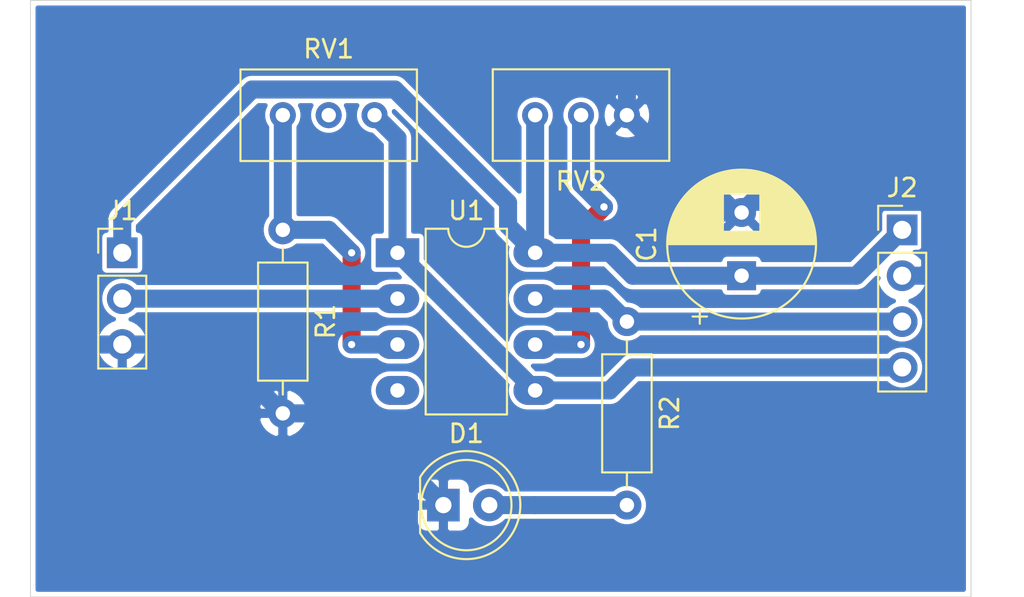
<source format=kicad_pcb>
(kicad_pcb (version 20171130) (host pcbnew "(5.1.10)-1")

  (general
    (thickness 1.6)
    (drawings 4)
    (tracks 63)
    (zones 0)
    (modules 9)
    (nets 10)
  )

  (page A4)
  (layers
    (0 F.Cu signal)
    (31 B.Cu signal)
    (32 B.Adhes user)
    (33 F.Adhes user)
    (34 B.Paste user)
    (35 F.Paste user)
    (36 B.SilkS user)
    (37 F.SilkS user)
    (38 B.Mask user)
    (39 F.Mask user)
    (40 Dwgs.User user)
    (41 Cmts.User user)
    (42 Eco1.User user)
    (43 Eco2.User user)
    (44 Edge.Cuts user)
    (45 Margin user)
    (46 B.CrtYd user)
    (47 F.CrtYd user)
    (48 B.Fab user)
    (49 F.Fab user)
  )

  (setup
    (last_trace_width 1)
    (trace_clearance 0.2)
    (zone_clearance 0.508)
    (zone_45_only no)
    (trace_min 0.2)
    (via_size 0.8)
    (via_drill 0.4)
    (via_min_size 0.4)
    (via_min_drill 0.3)
    (uvia_size 0.3)
    (uvia_drill 0.1)
    (uvias_allowed no)
    (uvia_min_size 0.2)
    (uvia_min_drill 0.1)
    (edge_width 0.05)
    (segment_width 0.2)
    (pcb_text_width 0.3)
    (pcb_text_size 1.5 1.5)
    (mod_edge_width 0.12)
    (mod_text_size 1 1)
    (mod_text_width 0.15)
    (pad_size 1.524 1.524)
    (pad_drill 0.762)
    (pad_to_mask_clearance 0)
    (aux_axis_origin 0 0)
    (visible_elements FFFFFF7F)
    (pcbplotparams
      (layerselection 0x010fc_ffffffff)
      (usegerberextensions false)
      (usegerberattributes true)
      (usegerberadvancedattributes true)
      (creategerberjobfile true)
      (excludeedgelayer true)
      (linewidth 0.100000)
      (plotframeref false)
      (viasonmask false)
      (mode 1)
      (useauxorigin false)
      (hpglpennumber 1)
      (hpglpenspeed 20)
      (hpglpendiameter 15.000000)
      (psnegative false)
      (psa4output false)
      (plotreference true)
      (plotvalue true)
      (plotinvisibletext false)
      (padsonsilk false)
      (subtractmaskfromsilk false)
      (outputformat 1)
      (mirror false)
      (drillshape 1)
      (scaleselection 1)
      (outputdirectory ""))
  )

  (net 0 "")
  (net 1 VCC)
  (net 2 GND)
  (net 3 "Net-(D1-Pad2)")
  (net 4 "Net-(J1-Pad2)")
  (net 5 "Vout(D)")
  (net 6 VG10)
  (net 7 "Net-(R1-Pad1)")
  (net 8 "Net-(RV2-Pad2)")
  (net 9 "Net-(U1-Pad4)")

  (net_class Default "This is the default net class."
    (clearance 0.2)
    (trace_width 1)
    (via_dia 0.8)
    (via_drill 0.4)
    (uvia_dia 0.3)
    (uvia_drill 0.1)
    (add_net GND)
    (add_net "Net-(D1-Pad2)")
    (add_net "Net-(J1-Pad2)")
    (add_net "Net-(R1-Pad1)")
    (add_net "Net-(RV2-Pad2)")
    (add_net "Net-(U1-Pad4)")
    (add_net VCC)
    (add_net VG10)
    (add_net "Vout(D)")
  )

  (module Capacitor_THT:CP_Radial_D8.0mm_P3.50mm (layer F.Cu) (tedit 5AE50EF0) (tstamp 60B30E26)
    (at 165.1 93.98 90)
    (descr "CP, Radial series, Radial, pin pitch=3.50mm, , diameter=8mm, Electrolytic Capacitor")
    (tags "CP Radial series Radial pin pitch 3.50mm  diameter 8mm Electrolytic Capacitor")
    (path /60B92537)
    (fp_text reference C1 (at 1.75 -5.25 90) (layer F.SilkS)
      (effects (font (size 1 1) (thickness 0.15)))
    )
    (fp_text value CP (at 1.75 5.25 90) (layer F.Fab)
      (effects (font (size 1 1) (thickness 0.15)))
    )
    (fp_line (start -2.259698 -2.715) (end -2.259698 -1.915) (layer F.SilkS) (width 0.12))
    (fp_line (start -2.659698 -2.315) (end -1.859698 -2.315) (layer F.SilkS) (width 0.12))
    (fp_line (start 5.831 -0.533) (end 5.831 0.533) (layer F.SilkS) (width 0.12))
    (fp_line (start 5.791 -0.768) (end 5.791 0.768) (layer F.SilkS) (width 0.12))
    (fp_line (start 5.751 -0.948) (end 5.751 0.948) (layer F.SilkS) (width 0.12))
    (fp_line (start 5.711 -1.098) (end 5.711 1.098) (layer F.SilkS) (width 0.12))
    (fp_line (start 5.671 -1.229) (end 5.671 1.229) (layer F.SilkS) (width 0.12))
    (fp_line (start 5.631 -1.346) (end 5.631 1.346) (layer F.SilkS) (width 0.12))
    (fp_line (start 5.591 -1.453) (end 5.591 1.453) (layer F.SilkS) (width 0.12))
    (fp_line (start 5.551 -1.552) (end 5.551 1.552) (layer F.SilkS) (width 0.12))
    (fp_line (start 5.511 -1.645) (end 5.511 1.645) (layer F.SilkS) (width 0.12))
    (fp_line (start 5.471 -1.731) (end 5.471 1.731) (layer F.SilkS) (width 0.12))
    (fp_line (start 5.431 -1.813) (end 5.431 1.813) (layer F.SilkS) (width 0.12))
    (fp_line (start 5.391 -1.89) (end 5.391 1.89) (layer F.SilkS) (width 0.12))
    (fp_line (start 5.351 -1.964) (end 5.351 1.964) (layer F.SilkS) (width 0.12))
    (fp_line (start 5.311 -2.034) (end 5.311 2.034) (layer F.SilkS) (width 0.12))
    (fp_line (start 5.271 -2.102) (end 5.271 2.102) (layer F.SilkS) (width 0.12))
    (fp_line (start 5.231 -2.166) (end 5.231 2.166) (layer F.SilkS) (width 0.12))
    (fp_line (start 5.191 -2.228) (end 5.191 2.228) (layer F.SilkS) (width 0.12))
    (fp_line (start 5.151 -2.287) (end 5.151 2.287) (layer F.SilkS) (width 0.12))
    (fp_line (start 5.111 -2.345) (end 5.111 2.345) (layer F.SilkS) (width 0.12))
    (fp_line (start 5.071 -2.4) (end 5.071 2.4) (layer F.SilkS) (width 0.12))
    (fp_line (start 5.031 -2.454) (end 5.031 2.454) (layer F.SilkS) (width 0.12))
    (fp_line (start 4.991 -2.505) (end 4.991 2.505) (layer F.SilkS) (width 0.12))
    (fp_line (start 4.951 -2.556) (end 4.951 2.556) (layer F.SilkS) (width 0.12))
    (fp_line (start 4.911 -2.604) (end 4.911 2.604) (layer F.SilkS) (width 0.12))
    (fp_line (start 4.871 -2.651) (end 4.871 2.651) (layer F.SilkS) (width 0.12))
    (fp_line (start 4.831 -2.697) (end 4.831 2.697) (layer F.SilkS) (width 0.12))
    (fp_line (start 4.791 -2.741) (end 4.791 2.741) (layer F.SilkS) (width 0.12))
    (fp_line (start 4.751 -2.784) (end 4.751 2.784) (layer F.SilkS) (width 0.12))
    (fp_line (start 4.711 -2.826) (end 4.711 2.826) (layer F.SilkS) (width 0.12))
    (fp_line (start 4.671 -2.867) (end 4.671 2.867) (layer F.SilkS) (width 0.12))
    (fp_line (start 4.631 -2.907) (end 4.631 2.907) (layer F.SilkS) (width 0.12))
    (fp_line (start 4.591 -2.945) (end 4.591 2.945) (layer F.SilkS) (width 0.12))
    (fp_line (start 4.551 -2.983) (end 4.551 2.983) (layer F.SilkS) (width 0.12))
    (fp_line (start 4.511 1.04) (end 4.511 3.019) (layer F.SilkS) (width 0.12))
    (fp_line (start 4.511 -3.019) (end 4.511 -1.04) (layer F.SilkS) (width 0.12))
    (fp_line (start 4.471 1.04) (end 4.471 3.055) (layer F.SilkS) (width 0.12))
    (fp_line (start 4.471 -3.055) (end 4.471 -1.04) (layer F.SilkS) (width 0.12))
    (fp_line (start 4.431 1.04) (end 4.431 3.09) (layer F.SilkS) (width 0.12))
    (fp_line (start 4.431 -3.09) (end 4.431 -1.04) (layer F.SilkS) (width 0.12))
    (fp_line (start 4.391 1.04) (end 4.391 3.124) (layer F.SilkS) (width 0.12))
    (fp_line (start 4.391 -3.124) (end 4.391 -1.04) (layer F.SilkS) (width 0.12))
    (fp_line (start 4.351 1.04) (end 4.351 3.156) (layer F.SilkS) (width 0.12))
    (fp_line (start 4.351 -3.156) (end 4.351 -1.04) (layer F.SilkS) (width 0.12))
    (fp_line (start 4.311 1.04) (end 4.311 3.189) (layer F.SilkS) (width 0.12))
    (fp_line (start 4.311 -3.189) (end 4.311 -1.04) (layer F.SilkS) (width 0.12))
    (fp_line (start 4.271 1.04) (end 4.271 3.22) (layer F.SilkS) (width 0.12))
    (fp_line (start 4.271 -3.22) (end 4.271 -1.04) (layer F.SilkS) (width 0.12))
    (fp_line (start 4.231 1.04) (end 4.231 3.25) (layer F.SilkS) (width 0.12))
    (fp_line (start 4.231 -3.25) (end 4.231 -1.04) (layer F.SilkS) (width 0.12))
    (fp_line (start 4.191 1.04) (end 4.191 3.28) (layer F.SilkS) (width 0.12))
    (fp_line (start 4.191 -3.28) (end 4.191 -1.04) (layer F.SilkS) (width 0.12))
    (fp_line (start 4.151 1.04) (end 4.151 3.309) (layer F.SilkS) (width 0.12))
    (fp_line (start 4.151 -3.309) (end 4.151 -1.04) (layer F.SilkS) (width 0.12))
    (fp_line (start 4.111 1.04) (end 4.111 3.338) (layer F.SilkS) (width 0.12))
    (fp_line (start 4.111 -3.338) (end 4.111 -1.04) (layer F.SilkS) (width 0.12))
    (fp_line (start 4.071 1.04) (end 4.071 3.365) (layer F.SilkS) (width 0.12))
    (fp_line (start 4.071 -3.365) (end 4.071 -1.04) (layer F.SilkS) (width 0.12))
    (fp_line (start 4.031 1.04) (end 4.031 3.392) (layer F.SilkS) (width 0.12))
    (fp_line (start 4.031 -3.392) (end 4.031 -1.04) (layer F.SilkS) (width 0.12))
    (fp_line (start 3.991 1.04) (end 3.991 3.418) (layer F.SilkS) (width 0.12))
    (fp_line (start 3.991 -3.418) (end 3.991 -1.04) (layer F.SilkS) (width 0.12))
    (fp_line (start 3.951 1.04) (end 3.951 3.444) (layer F.SilkS) (width 0.12))
    (fp_line (start 3.951 -3.444) (end 3.951 -1.04) (layer F.SilkS) (width 0.12))
    (fp_line (start 3.911 1.04) (end 3.911 3.469) (layer F.SilkS) (width 0.12))
    (fp_line (start 3.911 -3.469) (end 3.911 -1.04) (layer F.SilkS) (width 0.12))
    (fp_line (start 3.871 1.04) (end 3.871 3.493) (layer F.SilkS) (width 0.12))
    (fp_line (start 3.871 -3.493) (end 3.871 -1.04) (layer F.SilkS) (width 0.12))
    (fp_line (start 3.831 1.04) (end 3.831 3.517) (layer F.SilkS) (width 0.12))
    (fp_line (start 3.831 -3.517) (end 3.831 -1.04) (layer F.SilkS) (width 0.12))
    (fp_line (start 3.791 1.04) (end 3.791 3.54) (layer F.SilkS) (width 0.12))
    (fp_line (start 3.791 -3.54) (end 3.791 -1.04) (layer F.SilkS) (width 0.12))
    (fp_line (start 3.751 1.04) (end 3.751 3.562) (layer F.SilkS) (width 0.12))
    (fp_line (start 3.751 -3.562) (end 3.751 -1.04) (layer F.SilkS) (width 0.12))
    (fp_line (start 3.711 1.04) (end 3.711 3.584) (layer F.SilkS) (width 0.12))
    (fp_line (start 3.711 -3.584) (end 3.711 -1.04) (layer F.SilkS) (width 0.12))
    (fp_line (start 3.671 1.04) (end 3.671 3.606) (layer F.SilkS) (width 0.12))
    (fp_line (start 3.671 -3.606) (end 3.671 -1.04) (layer F.SilkS) (width 0.12))
    (fp_line (start 3.631 1.04) (end 3.631 3.627) (layer F.SilkS) (width 0.12))
    (fp_line (start 3.631 -3.627) (end 3.631 -1.04) (layer F.SilkS) (width 0.12))
    (fp_line (start 3.591 1.04) (end 3.591 3.647) (layer F.SilkS) (width 0.12))
    (fp_line (start 3.591 -3.647) (end 3.591 -1.04) (layer F.SilkS) (width 0.12))
    (fp_line (start 3.551 1.04) (end 3.551 3.666) (layer F.SilkS) (width 0.12))
    (fp_line (start 3.551 -3.666) (end 3.551 -1.04) (layer F.SilkS) (width 0.12))
    (fp_line (start 3.511 1.04) (end 3.511 3.686) (layer F.SilkS) (width 0.12))
    (fp_line (start 3.511 -3.686) (end 3.511 -1.04) (layer F.SilkS) (width 0.12))
    (fp_line (start 3.471 1.04) (end 3.471 3.704) (layer F.SilkS) (width 0.12))
    (fp_line (start 3.471 -3.704) (end 3.471 -1.04) (layer F.SilkS) (width 0.12))
    (fp_line (start 3.431 1.04) (end 3.431 3.722) (layer F.SilkS) (width 0.12))
    (fp_line (start 3.431 -3.722) (end 3.431 -1.04) (layer F.SilkS) (width 0.12))
    (fp_line (start 3.391 1.04) (end 3.391 3.74) (layer F.SilkS) (width 0.12))
    (fp_line (start 3.391 -3.74) (end 3.391 -1.04) (layer F.SilkS) (width 0.12))
    (fp_line (start 3.351 1.04) (end 3.351 3.757) (layer F.SilkS) (width 0.12))
    (fp_line (start 3.351 -3.757) (end 3.351 -1.04) (layer F.SilkS) (width 0.12))
    (fp_line (start 3.311 1.04) (end 3.311 3.774) (layer F.SilkS) (width 0.12))
    (fp_line (start 3.311 -3.774) (end 3.311 -1.04) (layer F.SilkS) (width 0.12))
    (fp_line (start 3.271 1.04) (end 3.271 3.79) (layer F.SilkS) (width 0.12))
    (fp_line (start 3.271 -3.79) (end 3.271 -1.04) (layer F.SilkS) (width 0.12))
    (fp_line (start 3.231 1.04) (end 3.231 3.805) (layer F.SilkS) (width 0.12))
    (fp_line (start 3.231 -3.805) (end 3.231 -1.04) (layer F.SilkS) (width 0.12))
    (fp_line (start 3.191 1.04) (end 3.191 3.821) (layer F.SilkS) (width 0.12))
    (fp_line (start 3.191 -3.821) (end 3.191 -1.04) (layer F.SilkS) (width 0.12))
    (fp_line (start 3.151 1.04) (end 3.151 3.835) (layer F.SilkS) (width 0.12))
    (fp_line (start 3.151 -3.835) (end 3.151 -1.04) (layer F.SilkS) (width 0.12))
    (fp_line (start 3.111 1.04) (end 3.111 3.85) (layer F.SilkS) (width 0.12))
    (fp_line (start 3.111 -3.85) (end 3.111 -1.04) (layer F.SilkS) (width 0.12))
    (fp_line (start 3.071 1.04) (end 3.071 3.863) (layer F.SilkS) (width 0.12))
    (fp_line (start 3.071 -3.863) (end 3.071 -1.04) (layer F.SilkS) (width 0.12))
    (fp_line (start 3.031 1.04) (end 3.031 3.877) (layer F.SilkS) (width 0.12))
    (fp_line (start 3.031 -3.877) (end 3.031 -1.04) (layer F.SilkS) (width 0.12))
    (fp_line (start 2.991 1.04) (end 2.991 3.889) (layer F.SilkS) (width 0.12))
    (fp_line (start 2.991 -3.889) (end 2.991 -1.04) (layer F.SilkS) (width 0.12))
    (fp_line (start 2.951 1.04) (end 2.951 3.902) (layer F.SilkS) (width 0.12))
    (fp_line (start 2.951 -3.902) (end 2.951 -1.04) (layer F.SilkS) (width 0.12))
    (fp_line (start 2.911 1.04) (end 2.911 3.914) (layer F.SilkS) (width 0.12))
    (fp_line (start 2.911 -3.914) (end 2.911 -1.04) (layer F.SilkS) (width 0.12))
    (fp_line (start 2.871 1.04) (end 2.871 3.925) (layer F.SilkS) (width 0.12))
    (fp_line (start 2.871 -3.925) (end 2.871 -1.04) (layer F.SilkS) (width 0.12))
    (fp_line (start 2.831 1.04) (end 2.831 3.936) (layer F.SilkS) (width 0.12))
    (fp_line (start 2.831 -3.936) (end 2.831 -1.04) (layer F.SilkS) (width 0.12))
    (fp_line (start 2.791 1.04) (end 2.791 3.947) (layer F.SilkS) (width 0.12))
    (fp_line (start 2.791 -3.947) (end 2.791 -1.04) (layer F.SilkS) (width 0.12))
    (fp_line (start 2.751 1.04) (end 2.751 3.957) (layer F.SilkS) (width 0.12))
    (fp_line (start 2.751 -3.957) (end 2.751 -1.04) (layer F.SilkS) (width 0.12))
    (fp_line (start 2.711 1.04) (end 2.711 3.967) (layer F.SilkS) (width 0.12))
    (fp_line (start 2.711 -3.967) (end 2.711 -1.04) (layer F.SilkS) (width 0.12))
    (fp_line (start 2.671 1.04) (end 2.671 3.976) (layer F.SilkS) (width 0.12))
    (fp_line (start 2.671 -3.976) (end 2.671 -1.04) (layer F.SilkS) (width 0.12))
    (fp_line (start 2.631 1.04) (end 2.631 3.985) (layer F.SilkS) (width 0.12))
    (fp_line (start 2.631 -3.985) (end 2.631 -1.04) (layer F.SilkS) (width 0.12))
    (fp_line (start 2.591 1.04) (end 2.591 3.994) (layer F.SilkS) (width 0.12))
    (fp_line (start 2.591 -3.994) (end 2.591 -1.04) (layer F.SilkS) (width 0.12))
    (fp_line (start 2.551 1.04) (end 2.551 4.002) (layer F.SilkS) (width 0.12))
    (fp_line (start 2.551 -4.002) (end 2.551 -1.04) (layer F.SilkS) (width 0.12))
    (fp_line (start 2.511 1.04) (end 2.511 4.01) (layer F.SilkS) (width 0.12))
    (fp_line (start 2.511 -4.01) (end 2.511 -1.04) (layer F.SilkS) (width 0.12))
    (fp_line (start 2.471 1.04) (end 2.471 4.017) (layer F.SilkS) (width 0.12))
    (fp_line (start 2.471 -4.017) (end 2.471 -1.04) (layer F.SilkS) (width 0.12))
    (fp_line (start 2.43 -4.024) (end 2.43 4.024) (layer F.SilkS) (width 0.12))
    (fp_line (start 2.39 -4.03) (end 2.39 4.03) (layer F.SilkS) (width 0.12))
    (fp_line (start 2.35 -4.037) (end 2.35 4.037) (layer F.SilkS) (width 0.12))
    (fp_line (start 2.31 -4.042) (end 2.31 4.042) (layer F.SilkS) (width 0.12))
    (fp_line (start 2.27 -4.048) (end 2.27 4.048) (layer F.SilkS) (width 0.12))
    (fp_line (start 2.23 -4.052) (end 2.23 4.052) (layer F.SilkS) (width 0.12))
    (fp_line (start 2.19 -4.057) (end 2.19 4.057) (layer F.SilkS) (width 0.12))
    (fp_line (start 2.15 -4.061) (end 2.15 4.061) (layer F.SilkS) (width 0.12))
    (fp_line (start 2.11 -4.065) (end 2.11 4.065) (layer F.SilkS) (width 0.12))
    (fp_line (start 2.07 -4.068) (end 2.07 4.068) (layer F.SilkS) (width 0.12))
    (fp_line (start 2.03 -4.071) (end 2.03 4.071) (layer F.SilkS) (width 0.12))
    (fp_line (start 1.99 -4.074) (end 1.99 4.074) (layer F.SilkS) (width 0.12))
    (fp_line (start 1.95 -4.076) (end 1.95 4.076) (layer F.SilkS) (width 0.12))
    (fp_line (start 1.91 -4.077) (end 1.91 4.077) (layer F.SilkS) (width 0.12))
    (fp_line (start 1.87 -4.079) (end 1.87 4.079) (layer F.SilkS) (width 0.12))
    (fp_line (start 1.83 -4.08) (end 1.83 4.08) (layer F.SilkS) (width 0.12))
    (fp_line (start 1.79 -4.08) (end 1.79 4.08) (layer F.SilkS) (width 0.12))
    (fp_line (start 1.75 -4.08) (end 1.75 4.08) (layer F.SilkS) (width 0.12))
    (fp_line (start -1.276759 -2.1475) (end -1.276759 -1.3475) (layer F.Fab) (width 0.1))
    (fp_line (start -1.676759 -1.7475) (end -0.876759 -1.7475) (layer F.Fab) (width 0.1))
    (fp_circle (center 1.75 0) (end 6 0) (layer F.CrtYd) (width 0.05))
    (fp_circle (center 1.75 0) (end 5.87 0) (layer F.SilkS) (width 0.12))
    (fp_circle (center 1.75 0) (end 5.75 0) (layer F.Fab) (width 0.1))
    (fp_text user %R (at 1.75 0 90) (layer F.Fab)
      (effects (font (size 1 1) (thickness 0.15)))
    )
    (pad 1 thru_hole rect (at 0 0 90) (size 1.6 1.6) (drill 0.8) (layers *.Cu *.Mask)
      (net 1 VCC))
    (pad 2 thru_hole circle (at 3.5 0 90) (size 1.6 1.6) (drill 0.8) (layers *.Cu *.Mask)
      (net 2 GND))
    (model ${KISYS3DMOD}/Capacitor_THT.3dshapes/CP_Radial_D8.0mm_P3.50mm.wrl
      (at (xyz 0 0 0))
      (scale (xyz 1 1 1))
      (rotate (xyz 0 0 0))
    )
  )

  (module LED_THT:LED_D5.0mm (layer F.Cu) (tedit 5995936A) (tstamp 60B30E38)
    (at 148.59 106.68)
    (descr "LED, diameter 5.0mm, 2 pins, http://cdn-reichelt.de/documents/datenblatt/A500/LL-504BC2E-009.pdf")
    (tags "LED diameter 5.0mm 2 pins")
    (path /60B7A856)
    (fp_text reference D1 (at 1.27 -3.96) (layer F.SilkS)
      (effects (font (size 1 1) (thickness 0.15)))
    )
    (fp_text value LED (at 1.27 3.96) (layer F.Fab)
      (effects (font (size 1 1) (thickness 0.15)))
    )
    (fp_line (start 4.5 -3.25) (end -1.95 -3.25) (layer F.CrtYd) (width 0.05))
    (fp_line (start 4.5 3.25) (end 4.5 -3.25) (layer F.CrtYd) (width 0.05))
    (fp_line (start -1.95 3.25) (end 4.5 3.25) (layer F.CrtYd) (width 0.05))
    (fp_line (start -1.95 -3.25) (end -1.95 3.25) (layer F.CrtYd) (width 0.05))
    (fp_line (start -1.29 -1.545) (end -1.29 1.545) (layer F.SilkS) (width 0.12))
    (fp_line (start -1.23 -1.469694) (end -1.23 1.469694) (layer F.Fab) (width 0.1))
    (fp_circle (center 1.27 0) (end 3.77 0) (layer F.SilkS) (width 0.12))
    (fp_circle (center 1.27 0) (end 3.77 0) (layer F.Fab) (width 0.1))
    (fp_arc (start 1.27 0) (end -1.23 -1.469694) (angle 299.1) (layer F.Fab) (width 0.1))
    (fp_arc (start 1.27 0) (end -1.29 -1.54483) (angle 148.9) (layer F.SilkS) (width 0.12))
    (fp_arc (start 1.27 0) (end -1.29 1.54483) (angle -148.9) (layer F.SilkS) (width 0.12))
    (fp_text user %R (at 1.25 0) (layer F.Fab)
      (effects (font (size 0.8 0.8) (thickness 0.2)))
    )
    (pad 1 thru_hole rect (at 0 0) (size 1.8 1.8) (drill 0.9) (layers *.Cu *.Mask)
      (net 2 GND))
    (pad 2 thru_hole circle (at 2.54 0) (size 1.8 1.8) (drill 0.9) (layers *.Cu *.Mask)
      (net 3 "Net-(D1-Pad2)"))
    (model ${KISYS3DMOD}/LED_THT.3dshapes/LED_D5.0mm.wrl
      (at (xyz 0 0 0))
      (scale (xyz 1 1 1))
      (rotate (xyz 0 0 0))
    )
  )

  (module Connector_PinHeader_2.54mm:PinHeader_1x03_P2.54mm_Vertical (layer F.Cu) (tedit 59FED5CC) (tstamp 60B30E4F)
    (at 130.81 92.71)
    (descr "Through hole straight pin header, 1x03, 2.54mm pitch, single row")
    (tags "Through hole pin header THT 1x03 2.54mm single row")
    (path /60B5D675)
    (fp_text reference J1 (at 0 -2.33) (layer F.SilkS)
      (effects (font (size 1 1) (thickness 0.15)))
    )
    (fp_text value Conn_01x03_Male (at 0 7.41) (layer F.Fab)
      (effects (font (size 1 1) (thickness 0.15)))
    )
    (fp_line (start 1.8 -1.8) (end -1.8 -1.8) (layer F.CrtYd) (width 0.05))
    (fp_line (start 1.8 6.85) (end 1.8 -1.8) (layer F.CrtYd) (width 0.05))
    (fp_line (start -1.8 6.85) (end 1.8 6.85) (layer F.CrtYd) (width 0.05))
    (fp_line (start -1.8 -1.8) (end -1.8 6.85) (layer F.CrtYd) (width 0.05))
    (fp_line (start -1.33 -1.33) (end 0 -1.33) (layer F.SilkS) (width 0.12))
    (fp_line (start -1.33 0) (end -1.33 -1.33) (layer F.SilkS) (width 0.12))
    (fp_line (start -1.33 1.27) (end 1.33 1.27) (layer F.SilkS) (width 0.12))
    (fp_line (start 1.33 1.27) (end 1.33 6.41) (layer F.SilkS) (width 0.12))
    (fp_line (start -1.33 1.27) (end -1.33 6.41) (layer F.SilkS) (width 0.12))
    (fp_line (start -1.33 6.41) (end 1.33 6.41) (layer F.SilkS) (width 0.12))
    (fp_line (start -1.27 -0.635) (end -0.635 -1.27) (layer F.Fab) (width 0.1))
    (fp_line (start -1.27 6.35) (end -1.27 -0.635) (layer F.Fab) (width 0.1))
    (fp_line (start 1.27 6.35) (end -1.27 6.35) (layer F.Fab) (width 0.1))
    (fp_line (start 1.27 -1.27) (end 1.27 6.35) (layer F.Fab) (width 0.1))
    (fp_line (start -0.635 -1.27) (end 1.27 -1.27) (layer F.Fab) (width 0.1))
    (fp_text user %R (at 0 2.54 90) (layer F.Fab)
      (effects (font (size 1 1) (thickness 0.15)))
    )
    (pad 1 thru_hole rect (at 0 0) (size 1.7 1.7) (drill 1) (layers *.Cu *.Mask)
      (net 1 VCC))
    (pad 2 thru_hole oval (at 0 2.54) (size 1.7 1.7) (drill 1) (layers *.Cu *.Mask)
      (net 4 "Net-(J1-Pad2)"))
    (pad 3 thru_hole oval (at 0 5.08) (size 1.7 1.7) (drill 1) (layers *.Cu *.Mask)
      (net 2 GND))
    (model ${KISYS3DMOD}/Connector_PinHeader_2.54mm.3dshapes/PinHeader_1x03_P2.54mm_Vertical.wrl
      (at (xyz 0 0 0))
      (scale (xyz 1 1 1))
      (rotate (xyz 0 0 0))
    )
  )

  (module Connector_PinHeader_2.54mm:PinHeader_1x04_P2.54mm_Vertical (layer F.Cu) (tedit 59FED5CC) (tstamp 60B30E67)
    (at 173.99 91.44)
    (descr "Through hole straight pin header, 1x04, 2.54mm pitch, single row")
    (tags "Through hole pin header THT 1x04 2.54mm single row")
    (path /60B7D0BA)
    (fp_text reference J2 (at 0 -2.33) (layer F.SilkS)
      (effects (font (size 1 1) (thickness 0.15)))
    )
    (fp_text value Conn_01x04_Male (at 0 9.95) (layer F.Fab)
      (effects (font (size 1 1) (thickness 0.15)))
    )
    (fp_line (start 1.8 -1.8) (end -1.8 -1.8) (layer F.CrtYd) (width 0.05))
    (fp_line (start 1.8 9.4) (end 1.8 -1.8) (layer F.CrtYd) (width 0.05))
    (fp_line (start -1.8 9.4) (end 1.8 9.4) (layer F.CrtYd) (width 0.05))
    (fp_line (start -1.8 -1.8) (end -1.8 9.4) (layer F.CrtYd) (width 0.05))
    (fp_line (start -1.33 -1.33) (end 0 -1.33) (layer F.SilkS) (width 0.12))
    (fp_line (start -1.33 0) (end -1.33 -1.33) (layer F.SilkS) (width 0.12))
    (fp_line (start -1.33 1.27) (end 1.33 1.27) (layer F.SilkS) (width 0.12))
    (fp_line (start 1.33 1.27) (end 1.33 8.95) (layer F.SilkS) (width 0.12))
    (fp_line (start -1.33 1.27) (end -1.33 8.95) (layer F.SilkS) (width 0.12))
    (fp_line (start -1.33 8.95) (end 1.33 8.95) (layer F.SilkS) (width 0.12))
    (fp_line (start -1.27 -0.635) (end -0.635 -1.27) (layer F.Fab) (width 0.1))
    (fp_line (start -1.27 8.89) (end -1.27 -0.635) (layer F.Fab) (width 0.1))
    (fp_line (start 1.27 8.89) (end -1.27 8.89) (layer F.Fab) (width 0.1))
    (fp_line (start 1.27 -1.27) (end 1.27 8.89) (layer F.Fab) (width 0.1))
    (fp_line (start -0.635 -1.27) (end 1.27 -1.27) (layer F.Fab) (width 0.1))
    (fp_text user %R (at 0 3.81 90) (layer F.Fab)
      (effects (font (size 1 1) (thickness 0.15)))
    )
    (pad 1 thru_hole rect (at 0 0) (size 1.7 1.7) (drill 1) (layers *.Cu *.Mask)
      (net 1 VCC))
    (pad 2 thru_hole oval (at 0 2.54) (size 1.7 1.7) (drill 1) (layers *.Cu *.Mask)
      (net 2 GND))
    (pad 3 thru_hole oval (at 0 5.08) (size 1.7 1.7) (drill 1) (layers *.Cu *.Mask)
      (net 5 "Vout(D)"))
    (pad 4 thru_hole oval (at 0 7.62) (size 1.7 1.7) (drill 1) (layers *.Cu *.Mask)
      (net 6 VG10))
    (model ${KISYS3DMOD}/Connector_PinHeader_2.54mm.3dshapes/PinHeader_1x04_P2.54mm_Vertical.wrl
      (at (xyz 0 0 0))
      (scale (xyz 1 1 1))
      (rotate (xyz 0 0 0))
    )
  )

  (module Resistor_THT:R_Axial_DIN0207_L6.3mm_D2.5mm_P10.16mm_Horizontal (layer F.Cu) (tedit 5AE5139B) (tstamp 60B30E7E)
    (at 139.7 91.44 270)
    (descr "Resistor, Axial_DIN0207 series, Axial, Horizontal, pin pitch=10.16mm, 0.25W = 1/4W, length*diameter=6.3*2.5mm^2, http://cdn-reichelt.de/documents/datenblatt/B400/1_4W%23YAG.pdf")
    (tags "Resistor Axial_DIN0207 series Axial Horizontal pin pitch 10.16mm 0.25W = 1/4W length 6.3mm diameter 2.5mm")
    (path /60B52F31)
    (fp_text reference R1 (at 5.08 -2.37 90) (layer F.SilkS)
      (effects (font (size 1 1) (thickness 0.15)))
    )
    (fp_text value R (at 5.08 2.37 90) (layer F.Fab)
      (effects (font (size 1 1) (thickness 0.15)))
    )
    (fp_line (start 11.21 -1.5) (end -1.05 -1.5) (layer F.CrtYd) (width 0.05))
    (fp_line (start 11.21 1.5) (end 11.21 -1.5) (layer F.CrtYd) (width 0.05))
    (fp_line (start -1.05 1.5) (end 11.21 1.5) (layer F.CrtYd) (width 0.05))
    (fp_line (start -1.05 -1.5) (end -1.05 1.5) (layer F.CrtYd) (width 0.05))
    (fp_line (start 9.12 0) (end 8.35 0) (layer F.SilkS) (width 0.12))
    (fp_line (start 1.04 0) (end 1.81 0) (layer F.SilkS) (width 0.12))
    (fp_line (start 8.35 -1.37) (end 1.81 -1.37) (layer F.SilkS) (width 0.12))
    (fp_line (start 8.35 1.37) (end 8.35 -1.37) (layer F.SilkS) (width 0.12))
    (fp_line (start 1.81 1.37) (end 8.35 1.37) (layer F.SilkS) (width 0.12))
    (fp_line (start 1.81 -1.37) (end 1.81 1.37) (layer F.SilkS) (width 0.12))
    (fp_line (start 10.16 0) (end 8.23 0) (layer F.Fab) (width 0.1))
    (fp_line (start 0 0) (end 1.93 0) (layer F.Fab) (width 0.1))
    (fp_line (start 8.23 -1.25) (end 1.93 -1.25) (layer F.Fab) (width 0.1))
    (fp_line (start 8.23 1.25) (end 8.23 -1.25) (layer F.Fab) (width 0.1))
    (fp_line (start 1.93 1.25) (end 8.23 1.25) (layer F.Fab) (width 0.1))
    (fp_line (start 1.93 -1.25) (end 1.93 1.25) (layer F.Fab) (width 0.1))
    (fp_text user %R (at 5.08 0 90) (layer F.Fab)
      (effects (font (size 1 1) (thickness 0.15)))
    )
    (pad 1 thru_hole circle (at 0 0 270) (size 1.6 1.6) (drill 0.8) (layers *.Cu *.Mask)
      (net 7 "Net-(R1-Pad1)"))
    (pad 2 thru_hole oval (at 10.16 0 270) (size 1.6 1.6) (drill 0.8) (layers *.Cu *.Mask)
      (net 2 GND))
    (model ${KISYS3DMOD}/Resistor_THT.3dshapes/R_Axial_DIN0207_L6.3mm_D2.5mm_P10.16mm_Horizontal.wrl
      (at (xyz 0 0 0))
      (scale (xyz 1 1 1))
      (rotate (xyz 0 0 0))
    )
  )

  (module Resistor_THT:R_Axial_DIN0207_L6.3mm_D2.5mm_P10.16mm_Horizontal (layer F.Cu) (tedit 5AE5139B) (tstamp 60B30E95)
    (at 158.75 96.52 270)
    (descr "Resistor, Axial_DIN0207 series, Axial, Horizontal, pin pitch=10.16mm, 0.25W = 1/4W, length*diameter=6.3*2.5mm^2, http://cdn-reichelt.de/documents/datenblatt/B400/1_4W%23YAG.pdf")
    (tags "Resistor Axial_DIN0207 series Axial Horizontal pin pitch 10.16mm 0.25W = 1/4W length 6.3mm diameter 2.5mm")
    (path /60B799FD)
    (fp_text reference R2 (at 5.08 -2.37 90) (layer F.SilkS)
      (effects (font (size 1 1) (thickness 0.15)))
    )
    (fp_text value R (at 5.08 2.37 90) (layer F.Fab)
      (effects (font (size 1 1) (thickness 0.15)))
    )
    (fp_text user %R (at 5.08 0 90) (layer F.Fab)
      (effects (font (size 1 1) (thickness 0.15)))
    )
    (fp_line (start 1.93 -1.25) (end 1.93 1.25) (layer F.Fab) (width 0.1))
    (fp_line (start 1.93 1.25) (end 8.23 1.25) (layer F.Fab) (width 0.1))
    (fp_line (start 8.23 1.25) (end 8.23 -1.25) (layer F.Fab) (width 0.1))
    (fp_line (start 8.23 -1.25) (end 1.93 -1.25) (layer F.Fab) (width 0.1))
    (fp_line (start 0 0) (end 1.93 0) (layer F.Fab) (width 0.1))
    (fp_line (start 10.16 0) (end 8.23 0) (layer F.Fab) (width 0.1))
    (fp_line (start 1.81 -1.37) (end 1.81 1.37) (layer F.SilkS) (width 0.12))
    (fp_line (start 1.81 1.37) (end 8.35 1.37) (layer F.SilkS) (width 0.12))
    (fp_line (start 8.35 1.37) (end 8.35 -1.37) (layer F.SilkS) (width 0.12))
    (fp_line (start 8.35 -1.37) (end 1.81 -1.37) (layer F.SilkS) (width 0.12))
    (fp_line (start 1.04 0) (end 1.81 0) (layer F.SilkS) (width 0.12))
    (fp_line (start 9.12 0) (end 8.35 0) (layer F.SilkS) (width 0.12))
    (fp_line (start -1.05 -1.5) (end -1.05 1.5) (layer F.CrtYd) (width 0.05))
    (fp_line (start -1.05 1.5) (end 11.21 1.5) (layer F.CrtYd) (width 0.05))
    (fp_line (start 11.21 1.5) (end 11.21 -1.5) (layer F.CrtYd) (width 0.05))
    (fp_line (start 11.21 -1.5) (end -1.05 -1.5) (layer F.CrtYd) (width 0.05))
    (pad 2 thru_hole oval (at 10.16 0 270) (size 1.6 1.6) (drill 0.8) (layers *.Cu *.Mask)
      (net 3 "Net-(D1-Pad2)"))
    (pad 1 thru_hole circle (at 0 0 270) (size 1.6 1.6) (drill 0.8) (layers *.Cu *.Mask)
      (net 5 "Vout(D)"))
    (model ${KISYS3DMOD}/Resistor_THT.3dshapes/R_Axial_DIN0207_L6.3mm_D2.5mm_P10.16mm_Horizontal.wrl
      (at (xyz 0 0 0))
      (scale (xyz 1 1 1))
      (rotate (xyz 0 0 0))
    )
  )

  (module Potentiometer_THT:Potentiometer_Bourns_3296W_Vertical (layer F.Cu) (tedit 5A3D4994) (tstamp 60B30EAC)
    (at 144.78 85.09)
    (descr "Potentiometer, vertical, Bourns 3296W, https://www.bourns.com/pdfs/3296.pdf")
    (tags "Potentiometer vertical Bourns 3296W")
    (path /60B5BEA5)
    (fp_text reference RV1 (at -2.54 -3.66) (layer F.SilkS)
      (effects (font (size 1 1) (thickness 0.15)))
    )
    (fp_text value R_POT (at -2.54 3.67) (layer F.Fab)
      (effects (font (size 1 1) (thickness 0.15)))
    )
    (fp_line (start 2.5 -2.7) (end -7.6 -2.7) (layer F.CrtYd) (width 0.05))
    (fp_line (start 2.5 2.7) (end 2.5 -2.7) (layer F.CrtYd) (width 0.05))
    (fp_line (start -7.6 2.7) (end 2.5 2.7) (layer F.CrtYd) (width 0.05))
    (fp_line (start -7.6 -2.7) (end -7.6 2.7) (layer F.CrtYd) (width 0.05))
    (fp_line (start 2.345 -2.53) (end 2.345 2.54) (layer F.SilkS) (width 0.12))
    (fp_line (start -7.425 -2.53) (end -7.425 2.54) (layer F.SilkS) (width 0.12))
    (fp_line (start -7.425 2.54) (end 2.345 2.54) (layer F.SilkS) (width 0.12))
    (fp_line (start -7.425 -2.53) (end 2.345 -2.53) (layer F.SilkS) (width 0.12))
    (fp_line (start 0.955 2.235) (end 0.956 0.066) (layer F.Fab) (width 0.1))
    (fp_line (start 0.955 2.235) (end 0.956 0.066) (layer F.Fab) (width 0.1))
    (fp_line (start 2.225 -2.41) (end -7.305 -2.41) (layer F.Fab) (width 0.1))
    (fp_line (start 2.225 2.42) (end 2.225 -2.41) (layer F.Fab) (width 0.1))
    (fp_line (start -7.305 2.42) (end 2.225 2.42) (layer F.Fab) (width 0.1))
    (fp_line (start -7.305 -2.41) (end -7.305 2.42) (layer F.Fab) (width 0.1))
    (fp_circle (center 0.955 1.15) (end 2.05 1.15) (layer F.Fab) (width 0.1))
    (fp_text user %R (at -3.175 0.005) (layer F.Fab)
      (effects (font (size 1 1) (thickness 0.15)))
    )
    (pad 1 thru_hole circle (at 0 0) (size 1.44 1.44) (drill 0.8) (layers *.Cu *.Mask)
      (net 6 VG10))
    (pad 2 thru_hole circle (at -2.54 0) (size 1.44 1.44) (drill 0.8) (layers *.Cu *.Mask)
      (net 7 "Net-(R1-Pad1)"))
    (pad 3 thru_hole circle (at -5.08 0) (size 1.44 1.44) (drill 0.8) (layers *.Cu *.Mask)
      (net 7 "Net-(R1-Pad1)"))
    (model ${KISYS3DMOD}/Potentiometer_THT.3dshapes/Potentiometer_Bourns_3296W_Vertical.wrl
      (at (xyz 0 0 0))
      (scale (xyz 1 1 1))
      (rotate (xyz 0 0 0))
    )
  )

  (module Potentiometer_THT:Potentiometer_Bourns_3296W_Vertical (layer F.Cu) (tedit 5A3D4994) (tstamp 60B30EC3)
    (at 153.67 85.09 180)
    (descr "Potentiometer, vertical, Bourns 3296W, https://www.bourns.com/pdfs/3296.pdf")
    (tags "Potentiometer vertical Bourns 3296W")
    (path /60B71F92)
    (fp_text reference RV2 (at -2.54 -3.66) (layer F.SilkS)
      (effects (font (size 1 1) (thickness 0.15)))
    )
    (fp_text value R_POT (at -2.54 3.67) (layer F.Fab)
      (effects (font (size 1 1) (thickness 0.15)))
    )
    (fp_text user %R (at -3.175 0.005) (layer F.Fab)
      (effects (font (size 1 1) (thickness 0.15)))
    )
    (fp_circle (center 0.955 1.15) (end 2.05 1.15) (layer F.Fab) (width 0.1))
    (fp_line (start -7.305 -2.41) (end -7.305 2.42) (layer F.Fab) (width 0.1))
    (fp_line (start -7.305 2.42) (end 2.225 2.42) (layer F.Fab) (width 0.1))
    (fp_line (start 2.225 2.42) (end 2.225 -2.41) (layer F.Fab) (width 0.1))
    (fp_line (start 2.225 -2.41) (end -7.305 -2.41) (layer F.Fab) (width 0.1))
    (fp_line (start 0.955 2.235) (end 0.956 0.066) (layer F.Fab) (width 0.1))
    (fp_line (start 0.955 2.235) (end 0.956 0.066) (layer F.Fab) (width 0.1))
    (fp_line (start -7.425 -2.53) (end 2.345 -2.53) (layer F.SilkS) (width 0.12))
    (fp_line (start -7.425 2.54) (end 2.345 2.54) (layer F.SilkS) (width 0.12))
    (fp_line (start -7.425 -2.53) (end -7.425 2.54) (layer F.SilkS) (width 0.12))
    (fp_line (start 2.345 -2.53) (end 2.345 2.54) (layer F.SilkS) (width 0.12))
    (fp_line (start -7.6 -2.7) (end -7.6 2.7) (layer F.CrtYd) (width 0.05))
    (fp_line (start -7.6 2.7) (end 2.5 2.7) (layer F.CrtYd) (width 0.05))
    (fp_line (start 2.5 2.7) (end 2.5 -2.7) (layer F.CrtYd) (width 0.05))
    (fp_line (start 2.5 -2.7) (end -7.6 -2.7) (layer F.CrtYd) (width 0.05))
    (pad 3 thru_hole circle (at -5.08 0 180) (size 1.44 1.44) (drill 0.8) (layers *.Cu *.Mask)
      (net 2 GND))
    (pad 2 thru_hole circle (at -2.54 0 180) (size 1.44 1.44) (drill 0.8) (layers *.Cu *.Mask)
      (net 8 "Net-(RV2-Pad2)"))
    (pad 1 thru_hole circle (at 0 0 180) (size 1.44 1.44) (drill 0.8) (layers *.Cu *.Mask)
      (net 1 VCC))
    (model ${KISYS3DMOD}/Potentiometer_THT.3dshapes/Potentiometer_Bourns_3296W_Vertical.wrl
      (at (xyz 0 0 0))
      (scale (xyz 1 1 1))
      (rotate (xyz 0 0 0))
    )
  )

  (module Package_DIP:DIP-8_W7.62mm_LongPads (layer F.Cu) (tedit 5A02E8C5) (tstamp 60B30EDF)
    (at 146.05 92.71)
    (descr "8-lead though-hole mounted DIP package, row spacing 7.62 mm (300 mils), LongPads")
    (tags "THT DIP DIL PDIP 2.54mm 7.62mm 300mil LongPads")
    (path /60BAAB9D)
    (fp_text reference U1 (at 3.81 -2.33) (layer F.SilkS)
      (effects (font (size 1 1) (thickness 0.15)))
    )
    (fp_text value LM358 (at 3.81 9.95) (layer F.Fab)
      (effects (font (size 1 1) (thickness 0.15)))
    )
    (fp_line (start 9.1 -1.55) (end -1.45 -1.55) (layer F.CrtYd) (width 0.05))
    (fp_line (start 9.1 9.15) (end 9.1 -1.55) (layer F.CrtYd) (width 0.05))
    (fp_line (start -1.45 9.15) (end 9.1 9.15) (layer F.CrtYd) (width 0.05))
    (fp_line (start -1.45 -1.55) (end -1.45 9.15) (layer F.CrtYd) (width 0.05))
    (fp_line (start 6.06 -1.33) (end 4.81 -1.33) (layer F.SilkS) (width 0.12))
    (fp_line (start 6.06 8.95) (end 6.06 -1.33) (layer F.SilkS) (width 0.12))
    (fp_line (start 1.56 8.95) (end 6.06 8.95) (layer F.SilkS) (width 0.12))
    (fp_line (start 1.56 -1.33) (end 1.56 8.95) (layer F.SilkS) (width 0.12))
    (fp_line (start 2.81 -1.33) (end 1.56 -1.33) (layer F.SilkS) (width 0.12))
    (fp_line (start 0.635 -0.27) (end 1.635 -1.27) (layer F.Fab) (width 0.1))
    (fp_line (start 0.635 8.89) (end 0.635 -0.27) (layer F.Fab) (width 0.1))
    (fp_line (start 6.985 8.89) (end 0.635 8.89) (layer F.Fab) (width 0.1))
    (fp_line (start 6.985 -1.27) (end 6.985 8.89) (layer F.Fab) (width 0.1))
    (fp_line (start 1.635 -1.27) (end 6.985 -1.27) (layer F.Fab) (width 0.1))
    (fp_arc (start 3.81 -1.33) (end 2.81 -1.33) (angle -180) (layer F.SilkS) (width 0.12))
    (fp_text user %R (at 3.81 3.81) (layer F.Fab)
      (effects (font (size 1 1) (thickness 0.15)))
    )
    (pad 1 thru_hole rect (at 0 0) (size 2.4 1.6) (drill 0.8) (layers *.Cu *.Mask)
      (net 6 VG10))
    (pad 5 thru_hole oval (at 7.62 7.62) (size 2.4 1.6) (drill 0.8) (layers *.Cu *.Mask)
      (net 6 VG10))
    (pad 2 thru_hole oval (at 0 2.54) (size 2.4 1.6) (drill 0.8) (layers *.Cu *.Mask)
      (net 4 "Net-(J1-Pad2)"))
    (pad 6 thru_hole oval (at 7.62 5.08) (size 2.4 1.6) (drill 0.8) (layers *.Cu *.Mask)
      (net 8 "Net-(RV2-Pad2)"))
    (pad 3 thru_hole oval (at 0 5.08) (size 2.4 1.6) (drill 0.8) (layers *.Cu *.Mask)
      (net 7 "Net-(R1-Pad1)"))
    (pad 7 thru_hole oval (at 7.62 2.54) (size 2.4 1.6) (drill 0.8) (layers *.Cu *.Mask)
      (net 5 "Vout(D)"))
    (pad 4 thru_hole oval (at 0 7.62) (size 2.4 1.6) (drill 0.8) (layers *.Cu *.Mask)
      (net 9 "Net-(U1-Pad4)"))
    (pad 8 thru_hole oval (at 7.62 0) (size 2.4 1.6) (drill 0.8) (layers *.Cu *.Mask)
      (net 1 VCC))
    (model ${KISYS3DMOD}/Package_DIP.3dshapes/DIP-8_W7.62mm.wrl
      (at (xyz 0 0 0))
      (scale (xyz 1 1 1))
      (rotate (xyz 0 0 0))
    )
  )

  (gr_line (start 177.8 78.74) (end 177.8 111.76) (layer Edge.Cuts) (width 0.05) (tstamp 60B31E76))
  (gr_line (start 125.73 78.74) (end 177.8 78.74) (layer Edge.Cuts) (width 0.05))
  (gr_line (start 125.73 111.76) (end 125.73 78.74) (layer Edge.Cuts) (width 0.05))
  (gr_line (start 177.8 111.76) (end 125.73 111.76) (layer Edge.Cuts) (width 0.05))

  (segment (start 153.67 92.71) (end 153.67 85.09) (width 1) (layer B.Cu) (net 1))
  (segment (start 152.169999 91.209999) (end 152.169999 89.939999) (width 1) (layer B.Cu) (net 1))
  (segment (start 153.67 92.71) (end 152.169999 91.209999) (width 1) (layer B.Cu) (net 1))
  (segment (start 130.81 90.86) (end 130.81 92.71) (width 1) (layer B.Cu) (net 1))
  (segment (start 138.000001 83.669999) (end 130.81 90.86) (width 1) (layer B.Cu) (net 1))
  (segment (start 145.899999 83.669999) (end 138.000001 83.669999) (width 1) (layer B.Cu) (net 1))
  (segment (start 152.169999 89.939999) (end 145.899999 83.669999) (width 1) (layer B.Cu) (net 1))
  (segment (start 159.069998 93.98) (end 165.1 93.98) (width 1) (layer B.Cu) (net 1))
  (segment (start 157.799998 92.71) (end 159.069998 93.98) (width 1) (layer B.Cu) (net 1))
  (segment (start 153.67 92.71) (end 157.799998 92.71) (width 1) (layer B.Cu) (net 1))
  (segment (start 171.45 93.98) (end 173.99 91.44) (width 1) (layer B.Cu) (net 1))
  (segment (start 165.1 93.98) (end 171.45 93.98) (width 1) (layer B.Cu) (net 1))
  (segment (start 165.690001 89.889999) (end 165.1 90.48) (width 1) (layer B.Cu) (net 2))
  (segment (start 175.400001 89.889999) (end 165.690001 89.889999) (width 1) (layer B.Cu) (net 2))
  (segment (start 175.540001 90.029999) (end 175.400001 89.889999) (width 1) (layer B.Cu) (net 2))
  (segment (start 175.540001 93.63208) (end 175.540001 90.029999) (width 1) (layer B.Cu) (net 2))
  (segment (start 175.192081 93.98) (end 175.540001 93.63208) (width 1) (layer B.Cu) (net 2))
  (segment (start 173.99 93.98) (end 175.192081 93.98) (width 1) (layer B.Cu) (net 2))
  (segment (start 164.14 90.48) (end 158.75 85.09) (width 1) (layer B.Cu) (net 2))
  (segment (start 165.1 90.48) (end 164.14 90.48) (width 1) (layer B.Cu) (net 2))
  (segment (start 128.27 88.9) (end 128.27 97.79) (width 1) (layer B.Cu) (net 2))
  (segment (start 128.27 97.79) (end 130.81 97.79) (width 1) (layer B.Cu) (net 2))
  (segment (start 135.89 81.28) (end 128.27 88.9) (width 1) (layer B.Cu) (net 2))
  (segment (start 158.75 81.28) (end 135.89 81.28) (width 1) (layer B.Cu) (net 2))
  (segment (start 158.75 85.09) (end 158.75 81.28) (width 1) (layer B.Cu) (net 2))
  (segment (start 135.89 97.79) (end 139.7 101.6) (width 1) (layer B.Cu) (net 2))
  (segment (start 130.81 97.79) (end 135.89 97.79) (width 1) (layer B.Cu) (net 2))
  (segment (start 143.51 101.6) (end 148.59 106.68) (width 1) (layer B.Cu) (net 2))
  (segment (start 139.7 101.6) (end 143.51 101.6) (width 1) (layer B.Cu) (net 2))
  (segment (start 151.13 106.68) (end 153.67 106.68) (width 1) (layer B.Cu) (net 3))
  (segment (start 153.67 106.68) (end 158.75 106.68) (width 1) (layer B.Cu) (net 3))
  (segment (start 130.81 95.25) (end 146.05 95.25) (width 1) (layer B.Cu) (net 4))
  (segment (start 157.48 95.25) (end 158.75 96.52) (width 1) (layer B.Cu) (net 5))
  (segment (start 153.67 95.25) (end 157.48 95.25) (width 1) (layer B.Cu) (net 5))
  (segment (start 158.75 96.52) (end 173.99 96.52) (width 1) (layer B.Cu) (net 5))
  (segment (start 159.069998 99.06) (end 173.99 99.06) (width 1) (layer B.Cu) (net 6))
  (segment (start 157.799998 100.33) (end 159.069998 99.06) (width 1) (layer B.Cu) (net 6))
  (segment (start 153.67 100.33) (end 157.799998 100.33) (width 1) (layer B.Cu) (net 6))
  (segment (start 153.67 100.33) (end 146.05 92.71) (width 1) (layer B.Cu) (net 6))
  (segment (start 146.05 86.36) (end 144.78 85.09) (width 1) (layer B.Cu) (net 6))
  (segment (start 146.05 92.71) (end 146.05 86.36) (width 1) (layer B.Cu) (net 6))
  (segment (start 139.7 85.09) (end 139.7 91.44) (width 1) (layer B.Cu) (net 7))
  (segment (start 139.7 91.44) (end 142.24 91.44) (width 1) (layer B.Cu) (net 7))
  (segment (start 142.24 91.44) (end 143.51 92.71) (width 1) (layer B.Cu) (net 7))
  (segment (start 143.51 92.71) (end 143.51 92.71) (width 1) (layer B.Cu) (net 7) (tstamp 60B31D7A))
  (via (at 143.51 92.71) (size 0.8) (drill 0.4) (layers F.Cu B.Cu) (net 7))
  (segment (start 146.05 97.79) (end 143.51 97.79) (width 1) (layer B.Cu) (net 7))
  (segment (start 143.51 97.79) (end 143.51 97.79) (width 1) (layer B.Cu) (net 7) (tstamp 60B31D7C))
  (via (at 143.51 97.79) (size 0.8) (drill 0.4) (layers F.Cu B.Cu) (net 7))
  (segment (start 143.51 92.71) (end 143.51 97.79) (width 1) (layer F.Cu) (net 7))
  (segment (start 156.21 85.09) (end 156.21 88.9) (width 1) (layer B.Cu) (net 8))
  (segment (start 156.21 88.9) (end 157.48 90.17) (width 1) (layer B.Cu) (net 8))
  (segment (start 157.48 90.17) (end 157.48 90.17) (width 1) (layer B.Cu) (net 8) (tstamp 60B31D7E))
  (via (at 157.48 90.17) (size 0.8) (drill 0.4) (layers F.Cu B.Cu) (net 8))
  (segment (start 153.67 97.79) (end 156.21 97.79) (width 1) (layer B.Cu) (net 8))
  (segment (start 156.21 97.79) (end 156.21 97.79) (width 1) (layer B.Cu) (net 8) (tstamp 60B31D80))
  (via (at 156.21 97.79) (size 0.8) (drill 0.4) (layers F.Cu B.Cu) (net 8))
  (segment (start 157.48 90.17) (end 157.48 90.17) (width 1) (layer B.Cu) (net 8) (tstamp 60B31D82))
  (via (at 157.48 90.17) (size 0.8) (drill 0.4) (layers F.Cu B.Cu) (net 8))
  (segment (start 156.21 97.79) (end 156.21 97.79) (width 1) (layer B.Cu) (net 8) (tstamp 60B31D84))
  (via (at 156.21 97.79) (size 0.8) (drill 0.4) (layers F.Cu B.Cu) (net 8))
  (segment (start 156.21 91.44) (end 156.21 97.79) (width 1) (layer F.Cu) (net 8))
  (segment (start 157.48 90.17) (end 156.21 91.44) (width 1) (layer F.Cu) (net 8))

  (zone (net 2) (net_name GND) (layer B.Cu) (tstamp 0) (hatch edge 0.508)
    (connect_pads (clearance 0.254))
    (min_thickness 0.254)
    (fill yes (arc_segments 32) (thermal_gap 0.508) (thermal_bridge_width 0.508))
    (polygon
      (pts
        (xy 177.8 111.76) (xy 125.73 111.76) (xy 125.73 78.74) (xy 177.8 78.74)
      )
    )
    (filled_polygon
      (pts
        (xy 177.394001 111.354) (xy 126.136 111.354) (xy 126.136 107.58) (xy 147.051928 107.58) (xy 147.064188 107.704482)
        (xy 147.100498 107.82418) (xy 147.159463 107.934494) (xy 147.238815 108.031185) (xy 147.335506 108.110537) (xy 147.44582 108.169502)
        (xy 147.565518 108.205812) (xy 147.69 108.218072) (xy 148.30425 108.215) (xy 148.463 108.05625) (xy 148.463 106.807)
        (xy 147.21375 106.807) (xy 147.055 106.96575) (xy 147.051928 107.58) (xy 126.136 107.58) (xy 126.136 105.78)
        (xy 147.051928 105.78) (xy 147.055 106.39425) (xy 147.21375 106.553) (xy 148.463 106.553) (xy 148.463 105.30375)
        (xy 148.717 105.30375) (xy 148.717 106.553) (xy 148.737 106.553) (xy 148.737 106.807) (xy 148.717 106.807)
        (xy 148.717 108.05625) (xy 148.87575 108.215) (xy 149.49 108.218072) (xy 149.614482 108.205812) (xy 149.73418 108.169502)
        (xy 149.844494 108.110537) (xy 149.941185 108.031185) (xy 150.020537 107.934494) (xy 150.079502 107.82418) (xy 150.115812 107.704482)
        (xy 150.128072 107.58) (xy 150.1276 107.485541) (xy 150.134982 107.49659) (xy 150.31341 107.675018) (xy 150.523219 107.815207)
        (xy 150.756346 107.911772) (xy 151.003833 107.961) (xy 151.256167 107.961) (xy 151.503654 107.911772) (xy 151.736781 107.815207)
        (xy 151.94659 107.675018) (xy 152.060608 107.561) (xy 157.960815 107.561) (xy 157.997157 107.597342) (xy 158.190587 107.726588)
        (xy 158.405515 107.815614) (xy 158.633682 107.861) (xy 158.866318 107.861) (xy 159.094485 107.815614) (xy 159.309413 107.726588)
        (xy 159.502843 107.597342) (xy 159.667342 107.432843) (xy 159.796588 107.239413) (xy 159.885614 107.024485) (xy 159.931 106.796318)
        (xy 159.931 106.563682) (xy 159.885614 106.335515) (xy 159.796588 106.120587) (xy 159.667342 105.927157) (xy 159.502843 105.762658)
        (xy 159.309413 105.633412) (xy 159.094485 105.544386) (xy 158.866318 105.499) (xy 158.633682 105.499) (xy 158.405515 105.544386)
        (xy 158.190587 105.633412) (xy 157.997157 105.762658) (xy 157.960815 105.799) (xy 152.060608 105.799) (xy 151.94659 105.684982)
        (xy 151.736781 105.544793) (xy 151.503654 105.448228) (xy 151.256167 105.399) (xy 151.003833 105.399) (xy 150.756346 105.448228)
        (xy 150.523219 105.544793) (xy 150.31341 105.684982) (xy 150.134982 105.86341) (xy 150.1276 105.874459) (xy 150.128072 105.78)
        (xy 150.115812 105.655518) (xy 150.079502 105.53582) (xy 150.020537 105.425506) (xy 149.941185 105.328815) (xy 149.844494 105.249463)
        (xy 149.73418 105.190498) (xy 149.614482 105.154188) (xy 149.49 105.141928) (xy 148.87575 105.145) (xy 148.717 105.30375)
        (xy 148.463 105.30375) (xy 148.30425 105.145) (xy 147.69 105.141928) (xy 147.565518 105.154188) (xy 147.44582 105.190498)
        (xy 147.335506 105.249463) (xy 147.238815 105.328815) (xy 147.159463 105.425506) (xy 147.100498 105.53582) (xy 147.064188 105.655518)
        (xy 147.051928 105.78) (xy 126.136 105.78) (xy 126.136 101.94904) (xy 138.308091 101.94904) (xy 138.40293 102.213881)
        (xy 138.547615 102.455131) (xy 138.736586 102.663519) (xy 138.96258 102.831037) (xy 139.216913 102.951246) (xy 139.350961 102.991904)
        (xy 139.573 102.869915) (xy 139.573 101.727) (xy 139.827 101.727) (xy 139.827 102.869915) (xy 140.049039 102.991904)
        (xy 140.183087 102.951246) (xy 140.43742 102.831037) (xy 140.663414 102.663519) (xy 140.852385 102.455131) (xy 140.99707 102.213881)
        (xy 141.091909 101.94904) (xy 140.970624 101.727) (xy 139.827 101.727) (xy 139.573 101.727) (xy 138.429376 101.727)
        (xy 138.308091 101.94904) (xy 126.136 101.94904) (xy 126.136 101.25096) (xy 138.308091 101.25096) (xy 138.429376 101.473)
        (xy 139.573 101.473) (xy 139.573 100.330085) (xy 139.827 100.330085) (xy 139.827 101.473) (xy 140.970624 101.473)
        (xy 141.091909 101.25096) (xy 140.99707 100.986119) (xy 140.852385 100.744869) (xy 140.663414 100.536481) (xy 140.43742 100.368963)
        (xy 140.354984 100.33) (xy 144.463286 100.33) (xy 144.486088 100.561516) (xy 144.553619 100.784136) (xy 144.663283 100.989303)
        (xy 144.810866 101.169134) (xy 144.990697 101.316717) (xy 145.195864 101.426381) (xy 145.418484 101.493912) (xy 145.591984 101.511)
        (xy 146.508016 101.511) (xy 146.681516 101.493912) (xy 146.904136 101.426381) (xy 147.109303 101.316717) (xy 147.289134 101.169134)
        (xy 147.436717 100.989303) (xy 147.546381 100.784136) (xy 147.613912 100.561516) (xy 147.636714 100.33) (xy 147.613912 100.098484)
        (xy 147.546381 99.875864) (xy 147.436717 99.670697) (xy 147.289134 99.490866) (xy 147.109303 99.343283) (xy 146.904136 99.233619)
        (xy 146.681516 99.166088) (xy 146.508016 99.149) (xy 145.591984 99.149) (xy 145.418484 99.166088) (xy 145.195864 99.233619)
        (xy 144.990697 99.343283) (xy 144.810866 99.490866) (xy 144.663283 99.670697) (xy 144.553619 99.875864) (xy 144.486088 100.098484)
        (xy 144.463286 100.33) (xy 140.354984 100.33) (xy 140.183087 100.248754) (xy 140.049039 100.208096) (xy 139.827 100.330085)
        (xy 139.573 100.330085) (xy 139.350961 100.208096) (xy 139.216913 100.248754) (xy 138.96258 100.368963) (xy 138.736586 100.536481)
        (xy 138.547615 100.744869) (xy 138.40293 100.986119) (xy 138.308091 101.25096) (xy 126.136 101.25096) (xy 126.136 98.14689)
        (xy 129.368524 98.14689) (xy 129.413175 98.294099) (xy 129.538359 98.55692) (xy 129.712412 98.790269) (xy 129.928645 98.985178)
        (xy 130.178748 99.134157) (xy 130.453109 99.231481) (xy 130.683 99.110814) (xy 130.683 97.917) (xy 130.937 97.917)
        (xy 130.937 99.110814) (xy 131.166891 99.231481) (xy 131.441252 99.134157) (xy 131.691355 98.985178) (xy 131.907588 98.790269)
        (xy 132.081641 98.55692) (xy 132.206825 98.294099) (xy 132.251476 98.14689) (xy 132.130155 97.917) (xy 130.937 97.917)
        (xy 130.683 97.917) (xy 129.489845 97.917) (xy 129.368524 98.14689) (xy 126.136 98.14689) (xy 126.136 97.79)
        (xy 142.624738 97.79) (xy 142.641748 97.962706) (xy 142.692125 98.128775) (xy 142.773932 98.281825) (xy 142.884025 98.415975)
        (xy 143.018175 98.526068) (xy 143.171225 98.607875) (xy 143.337294 98.658252) (xy 143.466727 98.671) (xy 144.86188 98.671)
        (xy 144.990697 98.776717) (xy 145.195864 98.886381) (xy 145.418484 98.953912) (xy 145.591984 98.971) (xy 146.508016 98.971)
        (xy 146.681516 98.953912) (xy 146.904136 98.886381) (xy 147.109303 98.776717) (xy 147.289134 98.629134) (xy 147.436717 98.449303)
        (xy 147.546381 98.244136) (xy 147.613912 98.021516) (xy 147.636714 97.79) (xy 147.613912 97.558484) (xy 147.546381 97.335864)
        (xy 147.436717 97.130697) (xy 147.289134 96.950866) (xy 147.109303 96.803283) (xy 146.904136 96.693619) (xy 146.681516 96.626088)
        (xy 146.508016 96.609) (xy 145.591984 96.609) (xy 145.418484 96.626088) (xy 145.195864 96.693619) (xy 144.990697 96.803283)
        (xy 144.86188 96.909) (xy 143.466727 96.909) (xy 143.337294 96.921748) (xy 143.171225 96.972125) (xy 143.018175 97.053932)
        (xy 142.884025 97.164025) (xy 142.773932 97.298175) (xy 142.692125 97.451225) (xy 142.641748 97.617294) (xy 142.624738 97.79)
        (xy 126.136 97.79) (xy 126.136 97.43311) (xy 129.368524 97.43311) (xy 129.489845 97.663) (xy 130.683 97.663)
        (xy 130.683 97.643) (xy 130.937 97.643) (xy 130.937 97.663) (xy 132.130155 97.663) (xy 132.251476 97.43311)
        (xy 132.206825 97.285901) (xy 132.081641 97.02308) (xy 131.907588 96.789731) (xy 131.691355 96.594822) (xy 131.441252 96.445843)
        (xy 131.278832 96.388228) (xy 131.393097 96.340898) (xy 131.594717 96.20618) (xy 131.669897 96.131) (xy 144.86188 96.131)
        (xy 144.990697 96.236717) (xy 145.195864 96.346381) (xy 145.418484 96.413912) (xy 145.591984 96.431) (xy 146.508016 96.431)
        (xy 146.681516 96.413912) (xy 146.904136 96.346381) (xy 147.109303 96.236717) (xy 147.289134 96.089134) (xy 147.436717 95.909303)
        (xy 147.546381 95.704136) (xy 147.604994 95.510915) (xy 152.126214 100.032136) (xy 152.106088 100.098484) (xy 152.083286 100.33)
        (xy 152.106088 100.561516) (xy 152.173619 100.784136) (xy 152.283283 100.989303) (xy 152.430866 101.169134) (xy 152.610697 101.316717)
        (xy 152.815864 101.426381) (xy 153.038484 101.493912) (xy 153.211984 101.511) (xy 154.128016 101.511) (xy 154.301516 101.493912)
        (xy 154.524136 101.426381) (xy 154.729303 101.316717) (xy 154.85812 101.211) (xy 157.756728 101.211) (xy 157.799998 101.215262)
        (xy 157.843268 101.211) (xy 157.843271 101.211) (xy 157.972704 101.198252) (xy 158.138773 101.147875) (xy 158.291823 101.066068)
        (xy 158.425973 100.955975) (xy 158.453564 100.922356) (xy 159.43492 99.941) (xy 173.130103 99.941) (xy 173.205283 100.01618)
        (xy 173.406903 100.150898) (xy 173.630931 100.243693) (xy 173.868757 100.291) (xy 174.111243 100.291) (xy 174.349069 100.243693)
        (xy 174.573097 100.150898) (xy 174.774717 100.01618) (xy 174.94618 99.844717) (xy 175.080898 99.643097) (xy 175.173693 99.419069)
        (xy 175.221 99.181243) (xy 175.221 98.938757) (xy 175.173693 98.700931) (xy 175.080898 98.476903) (xy 174.94618 98.275283)
        (xy 174.774717 98.10382) (xy 174.573097 97.969102) (xy 174.349069 97.876307) (xy 174.111243 97.829) (xy 173.868757 97.829)
        (xy 173.630931 97.876307) (xy 173.406903 97.969102) (xy 173.205283 98.10382) (xy 173.130103 98.179) (xy 159.113267 98.179)
        (xy 159.069997 98.174738) (xy 159.026727 98.179) (xy 159.026725 98.179) (xy 158.897292 98.191748) (xy 158.731223 98.242125)
        (xy 158.669189 98.275283) (xy 158.578172 98.323932) (xy 158.51002 98.379863) (xy 158.444023 98.434025) (xy 158.416437 98.467639)
        (xy 157.435077 99.449) (xy 154.85812 99.449) (xy 154.729303 99.343283) (xy 154.524136 99.233619) (xy 154.301516 99.166088)
        (xy 154.128016 99.149) (xy 153.734922 99.149) (xy 153.556922 98.971) (xy 154.128016 98.971) (xy 154.301516 98.953912)
        (xy 154.524136 98.886381) (xy 154.729303 98.776717) (xy 154.85812 98.671) (xy 156.253273 98.671) (xy 156.382706 98.658252)
        (xy 156.548775 98.607875) (xy 156.701825 98.526068) (xy 156.835975 98.415975) (xy 156.946068 98.281825) (xy 157.027875 98.128775)
        (xy 157.078252 97.962706) (xy 157.095262 97.79) (xy 157.078252 97.617294) (xy 157.027875 97.451225) (xy 156.946068 97.298175)
        (xy 156.835975 97.164025) (xy 156.701825 97.053932) (xy 156.548775 96.972125) (xy 156.382706 96.921748) (xy 156.253273 96.909)
        (xy 154.85812 96.909) (xy 154.729303 96.803283) (xy 154.524136 96.693619) (xy 154.301516 96.626088) (xy 154.128016 96.609)
        (xy 153.211984 96.609) (xy 153.038484 96.626088) (xy 152.815864 96.693619) (xy 152.610697 96.803283) (xy 152.430866 96.950866)
        (xy 152.283283 97.130697) (xy 152.173619 97.335864) (xy 152.115006 97.529085) (xy 147.632843 93.046922) (xy 147.632843 91.91)
        (xy 147.625487 91.835311) (xy 147.603701 91.763492) (xy 147.568322 91.697304) (xy 147.520711 91.639289) (xy 147.462696 91.591678)
        (xy 147.396508 91.556299) (xy 147.324689 91.534513) (xy 147.25 91.527157) (xy 146.931 91.527157) (xy 146.931 86.403269)
        (xy 146.935262 86.359999) (xy 146.931 86.316727) (xy 146.918252 86.187294) (xy 146.867875 86.021225) (xy 146.82724 85.945202)
        (xy 146.786068 85.868174) (xy 146.703559 85.767637) (xy 146.675975 85.734025) (xy 146.642361 85.706439) (xy 145.871941 84.93602)
        (xy 145.859984 84.875905) (xy 151.289 90.304922) (xy 151.288999 91.166728) (xy 151.284737 91.209999) (xy 151.288999 91.253269)
        (xy 151.288999 91.253271) (xy 151.301747 91.382704) (xy 151.332255 91.483273) (xy 151.352124 91.548773) (xy 151.433931 91.701824)
        (xy 151.46958 91.745262) (xy 151.544024 91.835974) (xy 151.577644 91.863565) (xy 152.126214 92.412136) (xy 152.106088 92.478484)
        (xy 152.083286 92.71) (xy 152.106088 92.941516) (xy 152.173619 93.164136) (xy 152.283283 93.369303) (xy 152.430866 93.549134)
        (xy 152.610697 93.696717) (xy 152.815864 93.806381) (xy 153.038484 93.873912) (xy 153.211984 93.891) (xy 154.128016 93.891)
        (xy 154.301516 93.873912) (xy 154.524136 93.806381) (xy 154.729303 93.696717) (xy 154.85812 93.591) (xy 157.435077 93.591)
        (xy 158.416437 94.572361) (xy 158.444023 94.605975) (xy 158.477635 94.633559) (xy 158.578172 94.716068) (xy 158.635893 94.74692)
        (xy 158.731223 94.797875) (xy 158.897292 94.848252) (xy 159.026725 94.861) (xy 159.026727 94.861) (xy 159.069997 94.865262)
        (xy 159.113267 94.861) (xy 163.926427 94.861) (xy 163.946299 94.926508) (xy 163.981678 94.992696) (xy 164.029289 95.050711)
        (xy 164.087304 95.098322) (xy 164.153492 95.133701) (xy 164.225311 95.155487) (xy 164.3 95.162843) (xy 165.9 95.162843)
        (xy 165.974689 95.155487) (xy 166.046508 95.133701) (xy 166.112696 95.098322) (xy 166.170711 95.050711) (xy 166.218322 94.992696)
        (xy 166.253701 94.926508) (xy 166.273573 94.861) (xy 171.40673 94.861) (xy 171.45 94.865262) (xy 171.49327 94.861)
        (xy 171.493273 94.861) (xy 171.622706 94.848252) (xy 171.788775 94.797875) (xy 171.941825 94.716068) (xy 172.075975 94.605975)
        (xy 172.103566 94.572355) (xy 172.568919 94.107002) (xy 172.669844 94.107002) (xy 172.548524 94.33689) (xy 172.593175 94.484099)
        (xy 172.718359 94.74692) (xy 172.892412 94.980269) (xy 173.108645 95.175178) (xy 173.358748 95.324157) (xy 173.521168 95.381772)
        (xy 173.406903 95.429102) (xy 173.205283 95.56382) (xy 173.130103 95.639) (xy 159.539185 95.639) (xy 159.502843 95.602658)
        (xy 159.309413 95.473412) (xy 159.094485 95.384386) (xy 158.866318 95.339) (xy 158.814922 95.339) (xy 158.133566 94.657644)
        (xy 158.105975 94.624025) (xy 157.971825 94.513932) (xy 157.818775 94.432125) (xy 157.652706 94.381748) (xy 157.523273 94.369)
        (xy 157.52327 94.369) (xy 157.48 94.364738) (xy 157.43673 94.369) (xy 154.85812 94.369) (xy 154.729303 94.263283)
        (xy 154.524136 94.153619) (xy 154.301516 94.086088) (xy 154.128016 94.069) (xy 153.211984 94.069) (xy 153.038484 94.086088)
        (xy 152.815864 94.153619) (xy 152.610697 94.263283) (xy 152.430866 94.410866) (xy 152.283283 94.590697) (xy 152.173619 94.795864)
        (xy 152.106088 95.018484) (xy 152.083286 95.25) (xy 152.106088 95.481516) (xy 152.173619 95.704136) (xy 152.283283 95.909303)
        (xy 152.430866 96.089134) (xy 152.610697 96.236717) (xy 152.815864 96.346381) (xy 153.038484 96.413912) (xy 153.211984 96.431)
        (xy 154.128016 96.431) (xy 154.301516 96.413912) (xy 154.524136 96.346381) (xy 154.729303 96.236717) (xy 154.85812 96.131)
        (xy 157.115079 96.131) (xy 157.569 96.584922) (xy 157.569 96.636318) (xy 157.614386 96.864485) (xy 157.703412 97.079413)
        (xy 157.832658 97.272843) (xy 157.997157 97.437342) (xy 158.190587 97.566588) (xy 158.405515 97.655614) (xy 158.633682 97.701)
        (xy 158.866318 97.701) (xy 159.094485 97.655614) (xy 159.309413 97.566588) (xy 159.502843 97.437342) (xy 159.539185 97.401)
        (xy 173.130103 97.401) (xy 173.205283 97.47618) (xy 173.406903 97.610898) (xy 173.630931 97.703693) (xy 173.868757 97.751)
        (xy 174.111243 97.751) (xy 174.349069 97.703693) (xy 174.573097 97.610898) (xy 174.774717 97.47618) (xy 174.94618 97.304717)
        (xy 175.080898 97.103097) (xy 175.173693 96.879069) (xy 175.221 96.641243) (xy 175.221 96.398757) (xy 175.173693 96.160931)
        (xy 175.080898 95.936903) (xy 174.94618 95.735283) (xy 174.774717 95.56382) (xy 174.573097 95.429102) (xy 174.458832 95.381772)
        (xy 174.621252 95.324157) (xy 174.871355 95.175178) (xy 175.087588 94.980269) (xy 175.261641 94.74692) (xy 175.386825 94.484099)
        (xy 175.431476 94.33689) (xy 175.310155 94.107) (xy 174.117 94.107) (xy 174.117 94.127) (xy 173.863 94.127)
        (xy 173.863 94.107) (xy 173.843 94.107) (xy 173.843 93.853) (xy 173.863 93.853) (xy 173.863 93.833)
        (xy 174.117 93.833) (xy 174.117 93.853) (xy 175.310155 93.853) (xy 175.431476 93.62311) (xy 175.386825 93.475901)
        (xy 175.261641 93.21308) (xy 175.087588 92.979731) (xy 174.871355 92.784822) (xy 174.683367 92.672843) (xy 174.84 92.672843)
        (xy 174.914689 92.665487) (xy 174.986508 92.643701) (xy 175.052696 92.608322) (xy 175.110711 92.560711) (xy 175.158322 92.502696)
        (xy 175.193701 92.436508) (xy 175.215487 92.364689) (xy 175.222843 92.29) (xy 175.222843 90.59) (xy 175.215487 90.515311)
        (xy 175.193701 90.443492) (xy 175.158322 90.377304) (xy 175.110711 90.319289) (xy 175.052696 90.271678) (xy 174.986508 90.236299)
        (xy 174.914689 90.214513) (xy 174.84 90.207157) (xy 173.14 90.207157) (xy 173.065311 90.214513) (xy 172.993492 90.236299)
        (xy 172.927304 90.271678) (xy 172.869289 90.319289) (xy 172.821678 90.377304) (xy 172.786299 90.443492) (xy 172.764513 90.515311)
        (xy 172.757157 90.59) (xy 172.757157 91.426921) (xy 171.085079 93.099) (xy 166.273573 93.099) (xy 166.253701 93.033492)
        (xy 166.218322 92.967304) (xy 166.170711 92.909289) (xy 166.112696 92.861678) (xy 166.046508 92.826299) (xy 165.974689 92.804513)
        (xy 165.9 92.797157) (xy 164.3 92.797157) (xy 164.225311 92.804513) (xy 164.153492 92.826299) (xy 164.087304 92.861678)
        (xy 164.029289 92.909289) (xy 163.981678 92.967304) (xy 163.946299 93.033492) (xy 163.926427 93.099) (xy 159.43492 93.099)
        (xy 158.453564 92.117644) (xy 158.425973 92.084025) (xy 158.291823 91.973932) (xy 158.138773 91.892125) (xy 157.972704 91.841748)
        (xy 157.843271 91.829) (xy 157.843268 91.829) (xy 157.799998 91.824738) (xy 157.756728 91.829) (xy 154.85812 91.829)
        (xy 154.729303 91.723283) (xy 154.551 91.627978) (xy 154.551 91.472702) (xy 164.286903 91.472702) (xy 164.358486 91.716671)
        (xy 164.613996 91.837571) (xy 164.888184 91.9063) (xy 165.170512 91.920217) (xy 165.45013 91.878787) (xy 165.716292 91.783603)
        (xy 165.841514 91.716671) (xy 165.913097 91.472702) (xy 165.1 90.659605) (xy 164.286903 91.472702) (xy 154.551 91.472702)
        (xy 154.551 85.753237) (xy 154.645693 85.611519) (xy 154.728689 85.41115) (xy 154.771 85.198439) (xy 154.771 84.981561)
        (xy 155.109 84.981561) (xy 155.109 85.198439) (xy 155.151311 85.41115) (xy 155.234307 85.611519) (xy 155.329 85.753237)
        (xy 155.329001 88.85672) (xy 155.324738 88.9) (xy 155.341749 89.072705) (xy 155.392125 89.238774) (xy 155.473932 89.391825)
        (xy 155.520176 89.448173) (xy 155.584026 89.525975) (xy 155.61764 89.553561) (xy 156.826439 90.762361) (xy 156.854025 90.795975)
        (xy 156.920022 90.850137) (xy 156.988174 90.906068) (xy 157.016086 90.920987) (xy 157.141225 90.987875) (xy 157.307294 91.038252)
        (xy 157.436727 91.051) (xy 157.436729 91.051) (xy 157.479999 91.055262) (xy 157.523269 91.051) (xy 157.523273 91.051)
        (xy 157.652706 91.038252) (xy 157.818775 90.987875) (xy 157.971825 90.906068) (xy 158.105975 90.795975) (xy 158.216068 90.661825)
        (xy 158.275566 90.550512) (xy 163.659783 90.550512) (xy 163.701213 90.83013) (xy 163.796397 91.096292) (xy 163.863329 91.221514)
        (xy 164.107298 91.293097) (xy 164.920395 90.48) (xy 165.279605 90.48) (xy 166.092702 91.293097) (xy 166.336671 91.221514)
        (xy 166.457571 90.966004) (xy 166.5263 90.691816) (xy 166.540217 90.409488) (xy 166.498787 90.12987) (xy 166.403603 89.863708)
        (xy 166.336671 89.738486) (xy 166.092702 89.666903) (xy 165.279605 90.48) (xy 164.920395 90.48) (xy 164.107298 89.666903)
        (xy 163.863329 89.738486) (xy 163.742429 89.993996) (xy 163.6737 90.268184) (xy 163.659783 90.550512) (xy 158.275566 90.550512)
        (xy 158.297875 90.508775) (xy 158.348252 90.342706) (xy 158.365262 90.17) (xy 158.348252 89.997294) (xy 158.297875 89.831225)
        (xy 158.237288 89.717875) (xy 158.216068 89.678174) (xy 158.160137 89.610022) (xy 158.105975 89.544025) (xy 158.072361 89.516439)
        (xy 158.04322 89.487298) (xy 164.286903 89.487298) (xy 165.1 90.300395) (xy 165.913097 89.487298) (xy 165.841514 89.243329)
        (xy 165.586004 89.122429) (xy 165.311816 89.0537) (xy 165.029488 89.039783) (xy 164.74987 89.081213) (xy 164.483708 89.176397)
        (xy 164.358486 89.243329) (xy 164.286903 89.487298) (xy 158.04322 89.487298) (xy 157.091 88.535079) (xy 157.091 86.02556)
        (xy 157.994045 86.02556) (xy 158.055932 86.261368) (xy 158.29779 86.374266) (xy 158.557027 86.437811) (xy 158.82368 86.449561)
        (xy 159.087501 86.409063) (xy 159.338353 86.317875) (xy 159.444068 86.261368) (xy 159.505955 86.02556) (xy 158.75 85.269605)
        (xy 157.994045 86.02556) (xy 157.091 86.02556) (xy 157.091 85.753237) (xy 157.185693 85.611519) (xy 157.268689 85.41115)
        (xy 157.311 85.198439) (xy 157.311 85.16368) (xy 157.390439 85.16368) (xy 157.430937 85.427501) (xy 157.522125 85.678353)
        (xy 157.578632 85.784068) (xy 157.81444 85.845955) (xy 158.570395 85.09) (xy 158.929605 85.09) (xy 159.68556 85.845955)
        (xy 159.921368 85.784068) (xy 160.034266 85.54221) (xy 160.097811 85.282973) (xy 160.109561 85.01632) (xy 160.069063 84.752499)
        (xy 159.977875 84.501647) (xy 159.921368 84.395932) (xy 159.68556 84.334045) (xy 158.929605 85.09) (xy 158.570395 85.09)
        (xy 157.81444 84.334045) (xy 157.578632 84.395932) (xy 157.465734 84.63779) (xy 157.402189 84.897027) (xy 157.390439 85.16368)
        (xy 157.311 85.16368) (xy 157.311 84.981561) (xy 157.268689 84.76885) (xy 157.185693 84.568481) (xy 157.065202 84.388154)
        (xy 156.911846 84.234798) (xy 156.791583 84.15444) (xy 157.994045 84.15444) (xy 158.75 84.910395) (xy 159.505955 84.15444)
        (xy 159.444068 83.918632) (xy 159.20221 83.805734) (xy 158.942973 83.742189) (xy 158.67632 83.730439) (xy 158.412499 83.770937)
        (xy 158.161647 83.862125) (xy 158.055932 83.918632) (xy 157.994045 84.15444) (xy 156.791583 84.15444) (xy 156.731519 84.114307)
        (xy 156.53115 84.031311) (xy 156.318439 83.989) (xy 156.101561 83.989) (xy 155.88885 84.031311) (xy 155.688481 84.114307)
        (xy 155.508154 84.234798) (xy 155.354798 84.388154) (xy 155.234307 84.568481) (xy 155.151311 84.76885) (xy 155.109 84.981561)
        (xy 154.771 84.981561) (xy 154.728689 84.76885) (xy 154.645693 84.568481) (xy 154.525202 84.388154) (xy 154.371846 84.234798)
        (xy 154.191519 84.114307) (xy 153.99115 84.031311) (xy 153.778439 83.989) (xy 153.561561 83.989) (xy 153.34885 84.031311)
        (xy 153.148481 84.114307) (xy 152.968154 84.234798) (xy 152.814798 84.388154) (xy 152.694307 84.568481) (xy 152.611311 84.76885)
        (xy 152.569 84.981561) (xy 152.569 85.198439) (xy 152.611311 85.41115) (xy 152.694307 85.611519) (xy 152.789001 85.753238)
        (xy 152.789 89.308301) (xy 152.76236 89.286438) (xy 146.553565 83.077644) (xy 146.525974 83.044024) (xy 146.391824 82.933931)
        (xy 146.238774 82.852124) (xy 146.072705 82.801747) (xy 145.943272 82.788999) (xy 145.943269 82.788999) (xy 145.899999 82.784737)
        (xy 145.856729 82.788999) (xy 138.043271 82.788999) (xy 138.000001 82.784737) (xy 137.956731 82.788999) (xy 137.956728 82.788999)
        (xy 137.827295 82.801747) (xy 137.661226 82.852124) (xy 137.508175 82.933931) (xy 137.440023 82.989862) (xy 137.374026 83.044024)
        (xy 137.34644 83.077638) (xy 130.217645 90.206434) (xy 130.184025 90.234025) (xy 130.114052 90.319289) (xy 130.073932 90.368175)
        (xy 130.017405 90.473931) (xy 129.992125 90.521226) (xy 129.941748 90.687295) (xy 129.931983 90.786441) (xy 129.924738 90.86)
        (xy 129.929 90.903271) (xy 129.929 91.48021) (xy 129.885311 91.484513) (xy 129.813492 91.506299) (xy 129.747304 91.541678)
        (xy 129.689289 91.589289) (xy 129.641678 91.647304) (xy 129.606299 91.713492) (xy 129.584513 91.785311) (xy 129.577157 91.86)
        (xy 129.577157 93.56) (xy 129.584513 93.634689) (xy 129.606299 93.706508) (xy 129.641678 93.772696) (xy 129.689289 93.830711)
        (xy 129.747304 93.878322) (xy 129.813492 93.913701) (xy 129.885311 93.935487) (xy 129.96 93.942843) (xy 131.66 93.942843)
        (xy 131.734689 93.935487) (xy 131.806508 93.913701) (xy 131.872696 93.878322) (xy 131.930711 93.830711) (xy 131.978322 93.772696)
        (xy 132.013701 93.706508) (xy 132.035487 93.634689) (xy 132.042843 93.56) (xy 132.042843 91.86) (xy 132.035487 91.785311)
        (xy 132.013701 91.713492) (xy 131.978322 91.647304) (xy 131.930711 91.589289) (xy 131.872696 91.541678) (xy 131.806508 91.506299)
        (xy 131.734689 91.484513) (xy 131.691 91.48021) (xy 131.691 91.224921) (xy 138.364923 84.550999) (xy 138.735988 84.550999)
        (xy 138.724307 84.568481) (xy 138.641311 84.76885) (xy 138.599 84.981561) (xy 138.599 85.198439) (xy 138.641311 85.41115)
        (xy 138.724307 85.611519) (xy 138.819 85.753237) (xy 138.819001 90.650814) (xy 138.782658 90.687157) (xy 138.653412 90.880587)
        (xy 138.564386 91.095515) (xy 138.519 91.323682) (xy 138.519 91.556318) (xy 138.564386 91.784485) (xy 138.653412 91.999413)
        (xy 138.782658 92.192843) (xy 138.947157 92.357342) (xy 139.140587 92.486588) (xy 139.355515 92.575614) (xy 139.583682 92.621)
        (xy 139.816318 92.621) (xy 140.044485 92.575614) (xy 140.259413 92.486588) (xy 140.452843 92.357342) (xy 140.489185 92.321)
        (xy 141.875079 92.321) (xy 142.856439 93.302361) (xy 142.884025 93.335975) (xy 142.917637 93.363559) (xy 143.018174 93.446068)
        (xy 143.09695 93.488174) (xy 143.171225 93.527875) (xy 143.337294 93.578252) (xy 143.466727 93.591) (xy 143.466729 93.591)
        (xy 143.509999 93.595262) (xy 143.553269 93.591) (xy 143.553273 93.591) (xy 143.682706 93.578252) (xy 143.848775 93.527875)
        (xy 144.001825 93.446068) (xy 144.135975 93.335975) (xy 144.246068 93.201825) (xy 144.327875 93.048775) (xy 144.378252 92.882706)
        (xy 144.395262 92.71) (xy 144.378252 92.537294) (xy 144.327875 92.371225) (xy 144.266213 92.255864) (xy 144.246068 92.218174)
        (xy 144.163559 92.117637) (xy 144.135975 92.084025) (xy 144.102361 92.056439) (xy 142.893566 90.847644) (xy 142.865975 90.814025)
        (xy 142.731825 90.703932) (xy 142.578775 90.622125) (xy 142.412706 90.571748) (xy 142.283273 90.559) (xy 142.28327 90.559)
        (xy 142.24 90.554738) (xy 142.19673 90.559) (xy 140.581 90.559) (xy 140.581 85.753237) (xy 140.675693 85.611519)
        (xy 140.758689 85.41115) (xy 140.801 85.198439) (xy 140.801 84.981561) (xy 140.758689 84.76885) (xy 140.675693 84.568481)
        (xy 140.664012 84.550999) (xy 141.275988 84.550999) (xy 141.264307 84.568481) (xy 141.181311 84.76885) (xy 141.139 84.981561)
        (xy 141.139 85.198439) (xy 141.181311 85.41115) (xy 141.264307 85.611519) (xy 141.384798 85.791846) (xy 141.538154 85.945202)
        (xy 141.718481 86.065693) (xy 141.91885 86.148689) (xy 142.131561 86.191) (xy 142.348439 86.191) (xy 142.56115 86.148689)
        (xy 142.761519 86.065693) (xy 142.941846 85.945202) (xy 143.095202 85.791846) (xy 143.215693 85.611519) (xy 143.298689 85.41115)
        (xy 143.341 85.198439) (xy 143.341 84.981561) (xy 143.298689 84.76885) (xy 143.215693 84.568481) (xy 143.204012 84.550999)
        (xy 143.815988 84.550999) (xy 143.804307 84.568481) (xy 143.721311 84.76885) (xy 143.679 84.981561) (xy 143.679 85.198439)
        (xy 143.721311 85.41115) (xy 143.804307 85.611519) (xy 143.924798 85.791846) (xy 144.078154 85.945202) (xy 144.258481 86.065693)
        (xy 144.45885 86.148689) (xy 144.62602 86.181941) (xy 145.169001 86.724923) (xy 145.169 91.527157) (xy 144.85 91.527157)
        (xy 144.775311 91.534513) (xy 144.703492 91.556299) (xy 144.637304 91.591678) (xy 144.579289 91.639289) (xy 144.531678 91.697304)
        (xy 144.496299 91.763492) (xy 144.474513 91.835311) (xy 144.467157 91.91) (xy 144.467157 93.51) (xy 144.474513 93.584689)
        (xy 144.496299 93.656508) (xy 144.531678 93.722696) (xy 144.579289 93.780711) (xy 144.637304 93.828322) (xy 144.703492 93.863701)
        (xy 144.775311 93.885487) (xy 144.85 93.892843) (xy 145.986922 93.892843) (xy 146.163079 94.069) (xy 145.591984 94.069)
        (xy 145.418484 94.086088) (xy 145.195864 94.153619) (xy 144.990697 94.263283) (xy 144.86188 94.369) (xy 131.669897 94.369)
        (xy 131.594717 94.29382) (xy 131.393097 94.159102) (xy 131.169069 94.066307) (xy 130.931243 94.019) (xy 130.688757 94.019)
        (xy 130.450931 94.066307) (xy 130.226903 94.159102) (xy 130.025283 94.29382) (xy 129.85382 94.465283) (xy 129.719102 94.666903)
        (xy 129.626307 94.890931) (xy 129.579 95.128757) (xy 129.579 95.371243) (xy 129.626307 95.609069) (xy 129.719102 95.833097)
        (xy 129.85382 96.034717) (xy 130.025283 96.20618) (xy 130.226903 96.340898) (xy 130.341168 96.388228) (xy 130.178748 96.445843)
        (xy 129.928645 96.594822) (xy 129.712412 96.789731) (xy 129.538359 97.02308) (xy 129.413175 97.285901) (xy 129.368524 97.43311)
        (xy 126.136 97.43311) (xy 126.136 79.146) (xy 177.394 79.146)
      )
    )
  )
)

</source>
